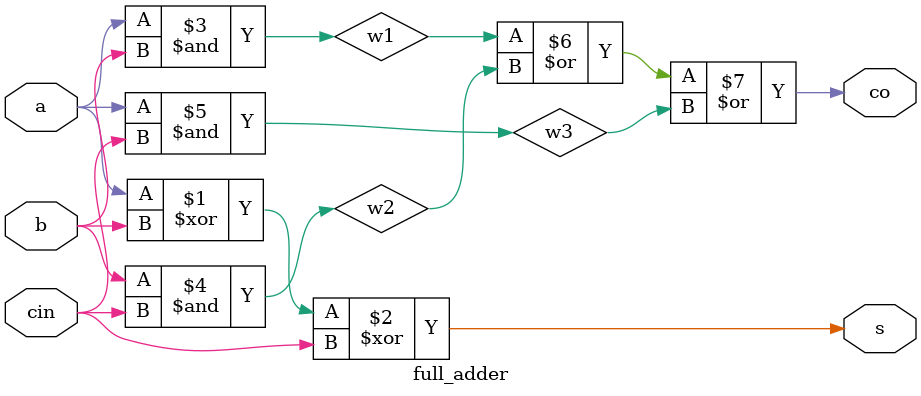
<source format=v>
module full_adder(a,b,cin,s,co);
input a,b,cin;
output s,co;

//Gate Level Implementation
xor(s,a,b,cin);

wire w1,w2,w3;
and(w1,a,b);
and(w2,b,cin);
and(w3,a,cin);

or(co,w1,w2,w3);

endmodule

</source>
